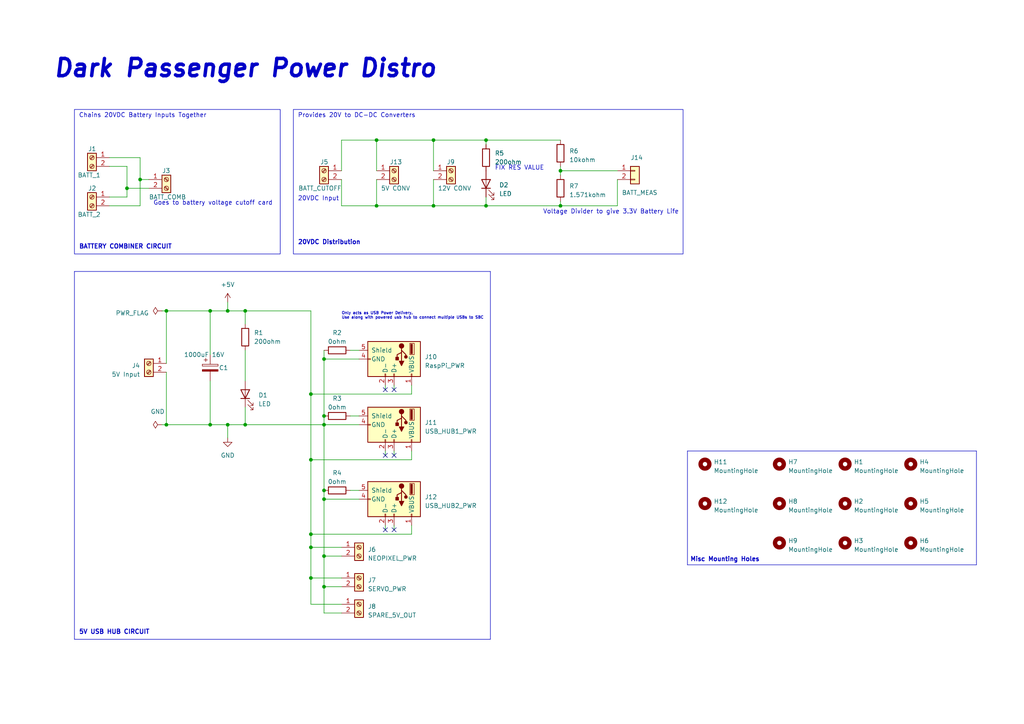
<source format=kicad_sch>
(kicad_sch (version 20250114) (generator "eeschema") (generator_version "9.0")
  (paper "A4")
  (title_block (title "Dark Passenger Power Distro Schematic") (date "2025-03-08") (rev "V1") (comment 1 "Email: ranil.ganlath@gmail.com") (comment 2 "Author: Ranil Ganlath"))
  (lib_symbols
    (symbol "+5V_1" (power) (pin_numbers (hide yes)) (pin_names (offset 0) (hide yes))
      (property "Value" "+5V" (at 0 3.556 0))
      (symbol "+5V_1_0_1"
        (polyline (pts (xy -0.762 1.27) (xy 0 2.54)))
        (polyline (pts (xy 0 2.54) (xy 0.762 1.27)))
        (polyline (pts (xy 0 0) (xy 0 2.54)))
      )
      (symbol "+5V_1_1_1"
        (pin power_in line (at 0 0 90) (length 0) (name "~") (number "1"))
      )
    )
    (symbol "Connector:Screw_Terminal_01x02" (pin_names (offset 1.016) (hide yes))
      (property "Reference" "J" (at 0 2.54 0))
      (property "Value" "Screw_Terminal_01x02" (at 0 -5.08 0))
      (symbol "Screw_Terminal_01x02_1_1"
        (rectangle (start -1.27 1.27) (end 1.27 -3.81) (stroke (width 0.254)) (fill (type background)))
        (polyline (pts (xy -0.5334 0.3302) (xy 0.3302 -0.508)) (stroke (width 0.1524)))
        (polyline (pts (xy -0.5334 -2.2098) (xy 0.3302 -3.048)) (stroke (width 0.1524)))
        (polyline (pts (xy -0.3556 0.508) (xy 0.508 -0.3302)) (stroke (width 0.1524)))
        (polyline (pts (xy -0.3556 -2.032) (xy 0.508 -2.8702)) (stroke (width 0.1524)))
        (circle (center 0 0) (radius 0.635) (stroke (width 0.1524)))
        (circle (center 0 -2.54) (radius 0.635) (stroke (width 0.1524)))
        (pin passive line (at -5.08 0 0) (length 3.81) (name "Pin_1") (number "1"))
        (pin passive line (at -5.08 -2.54 0) (length 3.81) (name "Pin_2") (number "2"))
      )
    )
    (symbol "Connector:USB_A" (pin_names (offset 1.016))
      (property "Reference" "J" (at -5.08 11.43 0))
      (property "Value" "USB_A" (at -5.08 8.89 0))
      (symbol "USB_A_0_1"
        (rectangle (start -5.08 -7.62) (end 5.08 7.62) (stroke (width 0.254)) (fill (type background)))
        (circle (center -3.81 2.159) (radius 0.635) (stroke (width 0.254)) (fill (type outline)))
        (polyline (pts (xy -3.175 2.159) (xy -2.54 2.159) (xy -1.27 3.429) (xy -0.635 3.429)) (stroke (width 0.254)))
        (polyline (pts (xy -2.54 2.159) (xy -1.905 2.159) (xy -1.27 0.889) (xy 0 0.889)) (stroke (width 0.254)))
        (rectangle (start -1.524 4.826) (end -4.318 5.334) (fill (type outline)))
        (rectangle (start -1.27 4.572) (end -4.572 5.842))
        (circle (center -0.635 3.429) (radius 0.381) (stroke (width 0.254)) (fill (type outline)))
        (rectangle (start -0.127 -7.62) (end 0.127 -6.858))
        (rectangle (start 0.254 1.27) (end -0.508 0.508) (stroke (width 0.254)) (fill (type outline)))
        (polyline (pts (xy 0.635 2.794) (xy 0.635 1.524) (xy 1.905 2.159) (xy 0.635 2.794)) (stroke (width 0.254)) (fill (type outline)))
        (rectangle (start 5.08 4.953) (end 4.318 5.207))
        (rectangle (start 5.08 -0.127) (end 4.318 0.127))
        (rectangle (start 5.08 -2.667) (end 4.318 -2.413))
      )
      (symbol "USB_A_1_1"
        (polyline (pts (xy -1.905 2.159) (xy 0.635 2.159)) (stroke (width 0.254)))
        (pin passive line (at -2.54 -10.16 90) (length 2.54) (name "Shield") (number "5"))
        (pin power_in line (at 0 -10.16 90) (length 2.54) (name "GND") (number "4"))
        (pin power_in line (at 7.62 5.08 180) (length 2.54) (name "VBUS") (number "1"))
        (pin bidirectional line (at 7.62 0 180) (length 2.54) (name "D+") (number "3"))
        (pin bidirectional line (at 7.62 -2.54 180) (length 2.54) (name "D-") (number "2"))
      )
    )
    (symbol "Connector_Generic:Conn_01x02" (pin_names (offset 1.016) (hide yes))
      (property "Reference" "J" (at 0 2.54 0))
      (property "Value" "Conn_01x02" (at 0 -5.08 0))
      (symbol "Conn_01x02_1_1"
        (rectangle (start -1.27 1.27) (end 1.27 -3.81) (stroke (width 0.254)) (fill (type background)))
        (rectangle (start -1.27 0.127) (end 0 -0.127) (stroke (width 0.1524)))
        (rectangle (start -1.27 -2.413) (end 0 -2.667) (stroke (width 0.1524)))
        (pin passive line (at -5.08 0 0) (length 3.81) (name "Pin_1") (number "1"))
        (pin passive line (at -5.08 -2.54 0) (length 3.81) (name "Pin_2") (number "2"))
      )
    )
    (symbol "Device:C_Polarized" (pin_numbers (hide yes)) (pin_names (offset 0.254))
      (property "Reference" "C" (at 0.635 2.54 0))
      (property "Value" "C_Polarized" (at 0.635 -2.54 0))
      (symbol "C_Polarized_0_1"
        (rectangle (start -2.286 0.508) (end 2.286 1.016))
        (polyline (pts (xy -1.778 2.286) (xy -0.762 2.286)))
        (polyline (pts (xy -1.27 2.794) (xy -1.27 1.778)))
        (rectangle (start 2.286 -0.508) (end -2.286 -1.016) (fill (type outline)))
      )
      (symbol "C_Polarized_1_1"
        (pin passive line (at 0 3.81 270) (length 2.794) (name "~") (number "1"))
        (pin passive line (at 0 -3.81 90) (length 2.794) (name "~") (number "2"))
      )
    )
    (symbol "Device:R" (pin_numbers (hide yes)) (pin_names (offset 0))
      (property "Reference" "R" (at 2.032 0 90))
      (property "Value" "R" (at 0 0 90))
      (symbol "R_0_1"
        (rectangle (start -1.016 -2.54) (end 1.016 2.54) (stroke (width 0.254)))
      )
      (symbol "R_1_1"
        (pin passive line (at 0 3.81 270) (length 1.27) (name "~") (number "1"))
        (pin passive line (at 0 -3.81 90) (length 1.27) (name "~") (number "2"))
      )
    )
    (symbol "GND_1" (power) (pin_numbers (hide yes)) (pin_names (offset 0) (hide yes))
      (property "Value" "GND" (at 0 -3.81 0))
      (symbol "GND_1_0_1"
        (polyline (pts (xy 0 0) (xy 0 -1.27) (xy 1.27 -1.27) (xy 0 -2.54) (xy -1.27 -1.27) (xy 0 -1.27)))
      )
      (symbol "GND_1_1_1"
        (pin power_in line (at 0 0 270) (length 0) (name "~") (number "1"))
      )
    )
    (symbol "LED_1" (pin_numbers (hide yes)) (pin_names (offset 1.016) (hide yes))
      (property "Reference" "D" (at 0 2.54 0))
      (property "Value" "LED" (at 0 -2.54 0))
      (symbol "LED_1_0_1"
        (polyline (pts (xy -3.048 -0.762) (xy -4.572 -2.286) (xy -3.81 -2.286) (xy -4.572 -2.286) (xy -4.572 -1.524)))
        (polyline (pts (xy -1.778 -0.762) (xy -3.302 -2.286) (xy -2.54 -2.286) (xy -3.302 -2.286) (xy -3.302 -1.524)))
        (polyline (pts (xy -1.27 0) (xy 1.27 0)))
        (polyline (pts (xy -1.27 -1.27) (xy -1.27 1.27)) (stroke (width 0.254)))
        (polyline (pts (xy 1.27 -1.27) (xy 1.27 1.27) (xy -1.27 0) (xy 1.27 -1.27)) (stroke (width 0.254)))
      )
      (symbol "LED_1_1_1"
        (pin passive line (at -3.81 0 0) (length 2.54) (name "K") (number "1"))
        (pin passive line (at 3.81 0 180) (length 2.54) (name "A") (number "2"))
      )
    )
    (symbol "Mechanical:MountingHole" (pin_names (offset 1.016))
      (property "Reference" "H" (at 0 5.08 0))
      (property "Value" "MountingHole" (at 0 3.175 0))
      (symbol "MountingHole_0_1"
        (circle (center 0 0) (radius 1.27) (stroke (width 1.27)))
      )
    )
    (symbol "power:PWR_FLAG" (power) (pin_numbers (hide yes)) (pin_names (offset 0) (hide yes))
      (property "Value" "PWR_FLAG" (at 0 3.81 0))
      (symbol "PWR_FLAG_0_0"
        (pin power_out line (at 0 0 90) (length 0) (name "pwr") (number "1"))
      )
      (symbol "PWR_FLAG_0_1"
        (polyline (pts (xy 0 0) (xy 0 1.27) (xy -1.016 1.905) (xy 0 2.54) (xy 1.016 1.905) (xy 0 1.27)))
      )
    )
  )
  (rectangle (start 21.59 31.75) (end 81.28 73.66))
  (rectangle (start 85.09 31.75) (end 198.12 73.66))
  (text "20VDC Distribution" (at 86.36 71.12 0) (effects (font (size 1.27 1.27) (thickness 0.254) (bold yes)) (justify left bottom)))
  (text "5V USB HUB CIRCUIT" (at 22.86 184.15 0) (effects (font (size 1.27 1.27) (thickness 0.254) (bold yes)) (justify left bottom)))
  (text "Misc Mounting Holes" (at 200.152 163.068 0) (effects (font (size 1.27 1.27) (thickness 0.254) (bold yes)) (justify left bottom)))
  (text "FIX RES VALUE" (at 143.51 49.53 0) (effects (font (size 1.27 1.27)) (justify left bottom)))
  (text "Voltage Divider to give 3.3V Battery Life" (at 157.48 62.23 0) (effects (font (size 1.27 1.27)) (justify left bottom)))
  (text "20VDC Input" (at 86.36 58.42 0) (effects (font (size 1.27 1.27)) (justify left bottom)))
  (text "Dark Passenger Power Distro" (at 15.24 22.86 0) (effects (font (size 5 5) (thickness 1) (bold yes) (italic yes)) (justify left bottom)))
  (text "Chains 20VDC Battery Inputs Together" (at 22.86 34.29 0) (effects (font (size 1.27 1.27)) (justify left bottom)))
  (text "Only acts as USB Power Delivery.\nUse along with powered usb hub to connect multiple USBs to SBC" (at 99.06 92.71 0) (effects (font (size 0.8 0.8)) (justify left bottom)))
  (text "Goes to battery voltage cutoff card" (at 44.45 59.69 0) (effects (font (size 1.27 1.27)) (justify left bottom)))
  (text "BATTERY COMBINER CIRCUIT" (at 22.86 72.39 0) (effects (font (size 1.27 1.27) (thickness 0.254) (bold yes)) (justify left bottom)))
  (text "Provides 20V to DC-DC Converters" (at 86.36 34.29 0) (effects (font (size 1.27 1.27)) (justify left bottom)))
  (junction (at 90.17 154.94))
  (junction (at 90.17 114.3))
  (junction (at 66.04 90.17))
  (junction (at 60.96 90.17))
  (junction (at 109.22 59.69))
  (junction (at 93.98 170.18))
  (junction (at 109.22 40.64))
  (junction (at 60.96 123.19))
  (junction (at 36.83 54.61))
  (junction (at 71.12 90.17))
  (junction (at 93.98 144.78))
  (junction (at 93.98 142.24))
  (junction (at 90.17 158.75))
  (junction (at 93.98 161.29))
  (junction (at 93.98 123.19))
  (junction (at 48.26 90.17))
  (junction (at 71.12 123.19))
  (junction (at 66.04 123.19))
  (junction (at 125.73 59.69))
  (junction (at 90.17 133.35))
  (junction (at 93.98 104.14))
  (junction (at 162.56 49.53))
  (junction (at 90.17 167.64))
  (junction (at 140.97 40.64))
  (junction (at 125.73 40.64))
  (junction (at 162.56 59.69))
  (junction (at 40.64 52.07))
  (junction (at 93.98 120.65))
  (junction (at 48.26 123.19))
  (junction (at 140.97 59.69))
  (no_connect (at 114.3 153.67))
  (no_connect (at 111.76 113.03))
  (no_connect (at 114.3 113.03))
  (no_connect (at 114.3 132.08))
  (no_connect (at 111.76 132.08))
  (no_connect (at 111.76 153.67))
  (wire (pts (xy 119.38 111.76) (xy 119.38 114.3)))
  (wire (pts (xy 48.26 90.17) (xy 48.26 105.41)))
  (wire (pts (xy 93.98 144.78) (xy 104.14 144.78)))
  (wire (pts (xy 36.83 48.26) (xy 36.83 54.61)))
  (wire (pts (xy 90.17 90.17) (xy 90.17 114.3)))
  (wire (pts (xy 48.26 123.19) (xy 60.96 123.19)))
  (wire (pts (xy 114.3 111.76) (xy 114.3 113.03)))
  (wire (pts (xy 140.97 40.64) (xy 162.56 40.64)))
  (wire (pts (xy 46.99 123.19) (xy 48.26 123.19)))
  (wire (pts (xy 99.06 40.64) (xy 99.06 49.53)))
  (wire (pts (xy 90.17 158.75) (xy 99.06 158.75)))
  (wire (pts (xy 71.12 101.6) (xy 71.12 110.49)))
  (polyline (pts (xy 283.21 130.81) (xy 283.21 163.83)))
  (wire (pts (xy 125.73 52.07) (xy 125.73 59.69)))
  (wire (pts (xy 99.06 170.18) (xy 93.98 170.18)))
  (wire (pts (xy 71.12 123.19) (xy 93.98 123.19)))
  (wire (pts (xy 162.56 48.26) (xy 162.56 49.53)))
  (wire (pts (xy 119.38 152.4) (xy 119.38 154.94)))
  (wire (pts (xy 111.76 130.81) (xy 111.76 132.08)))
  (wire (pts (xy 109.22 40.64) (xy 125.73 40.64)))
  (polyline (pts (xy 199.39 130.81) (xy 199.39 163.83)))
  (wire (pts (xy 179.07 59.69) (xy 162.56 59.69)))
  (wire (pts (xy 125.73 49.53) (xy 125.73 40.64)))
  (wire (pts (xy 93.98 123.19) (xy 93.98 142.24)))
  (wire (pts (xy 40.64 45.72) (xy 40.64 52.07)))
  (wire (pts (xy 90.17 154.94) (xy 90.17 158.75)))
  (wire (pts (xy 40.64 59.69) (xy 40.64 52.07)))
  (wire (pts (xy 71.12 118.11) (xy 71.12 123.19)))
  (wire (pts (xy 93.98 142.24) (xy 93.98 144.78)))
  (wire (pts (xy 66.04 87.63) (xy 66.04 90.17)))
  (wire (pts (xy 90.17 133.35) (xy 90.17 154.94)))
  (wire (pts (xy 99.06 175.26) (xy 90.17 175.26)))
  (wire (pts (xy 162.56 59.69) (xy 140.97 59.69)))
  (wire (pts (xy 99.06 40.64) (xy 109.22 40.64)))
  (wire (pts (xy 31.75 48.26) (xy 36.83 48.26)))
  (wire (pts (xy 101.6 101.6) (xy 104.14 101.6)))
  (wire (pts (xy 93.98 177.8) (xy 93.98 170.18)))
  (wire (pts (xy 125.73 59.69) (xy 140.97 59.69)))
  (wire (pts (xy 114.3 130.81) (xy 114.3 132.08)))
  (wire (pts (xy 48.26 90.17) (xy 60.96 90.17)))
  (wire (pts (xy 114.3 152.4) (xy 114.3 153.67)))
  (wire (pts (xy 101.6 142.24) (xy 104.14 142.24)))
  (wire (pts (xy 93.98 104.14) (xy 93.98 120.65)))
  (wire (pts (xy 31.75 59.69) (xy 40.64 59.69)))
  (wire (pts (xy 36.83 54.61) (xy 43.18 54.61)))
  (wire (pts (xy 60.96 90.17) (xy 66.04 90.17)))
  (wire (pts (xy 101.6 120.65) (xy 104.14 120.65)))
  (wire (pts (xy 71.12 90.17) (xy 90.17 90.17)))
  (polyline (pts (xy 21.59 78.74) (xy 21.59 185.42)))
  (wire (pts (xy 162.56 49.53) (xy 179.07 49.53)))
  (polyline (pts (xy 21.59 78.74) (xy 142.24 78.74)))
  (wire (pts (xy 162.56 49.53) (xy 162.56 50.8)))
  (wire (pts (xy 125.73 40.64) (xy 140.97 40.64)))
  (wire (pts (xy 60.96 123.19) (xy 66.04 123.19)))
  (wire (pts (xy 111.76 152.4) (xy 111.76 153.67)))
  (wire (pts (xy 93.98 101.6) (xy 93.98 104.14)))
  (wire (pts (xy 60.96 110.49) (xy 60.96 123.19)))
  (wire (pts (xy 93.98 177.8) (xy 99.06 177.8)))
  (wire (pts (xy 40.64 52.07) (xy 43.18 52.07)))
  (wire (pts (xy 90.17 114.3) (xy 90.17 133.35)))
  (wire (pts (xy 90.17 114.3) (xy 119.38 114.3)))
  (wire (pts (xy 46.99 90.17) (xy 48.26 90.17)))
  (polyline (pts (xy 142.24 78.74) (xy 142.24 185.42)))
  (wire (pts (xy 60.96 90.17) (xy 60.96 102.87)))
  (polyline (pts (xy 283.21 163.83) (xy 199.39 163.83)))
  (wire (pts (xy 66.04 123.19) (xy 66.04 127)))
  (wire (pts (xy 66.04 90.17) (xy 71.12 90.17)))
  (wire (pts (xy 162.56 58.42) (xy 162.56 59.69)))
  (wire (pts (xy 93.98 144.78) (xy 93.98 161.29)))
  (wire (pts (xy 36.83 57.15) (xy 31.75 57.15)))
  (wire (pts (xy 90.17 133.35) (xy 119.38 133.35)))
  (wire (pts (xy 140.97 57.15) (xy 140.97 59.69)))
  (wire (pts (xy 109.22 59.69) (xy 125.73 59.69)))
  (wire (pts (xy 109.22 40.64) (xy 109.22 49.53)))
  (wire (pts (xy 99.06 59.69) (xy 99.06 52.07)))
  (wire (pts (xy 66.04 123.19) (xy 71.12 123.19)))
  (wire (pts (xy 93.98 120.65) (xy 93.98 123.19)))
  (wire (pts (xy 119.38 154.94) (xy 90.17 154.94)))
  (wire (pts (xy 71.12 90.17) (xy 71.12 93.98)))
  (wire (pts (xy 179.07 52.07) (xy 179.07 59.69)))
  (wire (pts (xy 99.06 167.64) (xy 90.17 167.64)))
  (wire (pts (xy 90.17 175.26) (xy 90.17 167.64)))
  (wire (pts (xy 111.76 111.76) (xy 111.76 113.03)))
  (wire (pts (xy 90.17 158.75) (xy 90.17 167.64)))
  (polyline (pts (xy 199.39 130.81) (xy 283.21 130.81)))
  (polyline (pts (xy 142.24 185.42) (xy 21.59 185.42)))
  (wire (pts (xy 93.98 123.19) (xy 104.14 123.19)))
  (wire (pts (xy 93.98 161.29) (xy 99.06 161.29)))
  (wire (pts (xy 109.22 59.69) (xy 99.06 59.69)))
  (wire (pts (xy 31.75 45.72) (xy 40.64 45.72)))
  (wire (pts (xy 140.97 41.91) (xy 140.97 40.64)))
  (wire (pts (xy 93.98 161.29) (xy 93.98 170.18)))
  (wire (pts (xy 48.26 107.95) (xy 48.26 123.19)))
  (wire (pts (xy 93.98 104.14) (xy 104.14 104.14)))
  (wire (pts (xy 119.38 130.81) (xy 119.38 133.35)))
  (wire (pts (xy 109.22 52.07) (xy 109.22 59.69)))
  (wire (pts (xy 36.83 54.61) (xy 36.83 57.15)))
  (symbol (lib_id "Device:R") (at 162.56 54.61 0) (unit 1)
    (property "Reference" "R7" (at 165.1 53.975 0) (effects (justify left)))
    (property "Value" "1.571kohm" (at 165.1 56.515 0) (effects (justify left)))
    (property "Footprint" "Resistor_SMD:R_1206_3216Metric_Pad1.30x1.75mm_HandSolder" (effects (hide yes)))
  )
  (symbol (lib_id "Connector:Screw_Terminal_01x02") (at 130.81 49.53 0) (unit 1)
    (property "Reference" "J9" (at 129.54 46.99 0) (effects (justify left)))
    (property "Value" "12V CONV" (at 127 54.61 0) (effects (justify left)))
    (property "Footprint" "TerminalBlock_Phoenix:TerminalBlock_Phoenix_MKDS-1,5-2_1x02_P5.00mm_Horizontal" (effects (hide yes)))
  )
  (symbol (lib_id "Connector:Screw_Terminal_01x02") (at 48.26 52.07 0) (unit 1)
    (property "Reference" "J3" (at 46.99 49.53 0) (effects (justify left)))
    (property "Value" "BATT_COMB" (at 43.18 57.15 0) (effects (justify left)))
    (property "Footprint" "TerminalBlock_Phoenix:TerminalBlock_Phoenix_MKDS-1,5-2_1x02_P5.00mm_Horizontal" (effects (hide yes)))
  )
  (symbol (lib_id "Connector:USB_A") (at 114.3 104.14 270) (unit 1)
    (property "Reference" "J10" (at 123.19 103.505 90) (effects (justify left)))
    (property "Value" "RaspPi_PWR" (at 123.19 106.045 90) (effects (justify left)))
    (property "Footprint" "Connector_USB:USB_A_Molex_67643_Horizontal" (effects (hide yes)))
    (property "Datasheet" " ~" (effects (hide yes)))
  )
  (symbol (lib_name "GND_1") (lib_id "power:GND") (at 66.04 127 0) (unit 1)
    (property "Reference" "#PWR02" (effects (hide yes)))
    (property "Value" "GND" (at 66.04 132.08 0))
    (property "Description" "Power symbol creates a global label with name \"GND\" , ground" (effects (hide yes)))
  )
  (symbol (lib_id "Mechanical:MountingHole") (at 245.11 146.05 0) (unit 1)
    (property "Reference" "H2" (at 247.65 145.415 0) (effects (justify left)))
    (property "Value" "MountingHole" (at 247.65 147.955 0) (effects (justify left)))
    (property "Footprint" "MountingHole:MountingHole_3mm" (effects (hide yes)))
  )
  (symbol (lib_id "Mechanical:MountingHole") (at 245.11 134.62 0) (unit 1)
    (property "Reference" "H1" (at 247.65 133.985 0) (effects (justify left)))
    (property "Value" "MountingHole" (at 247.65 136.525 0) (effects (justify left)))
    (property "Footprint" "MountingHole:MountingHole_3mm" (effects (hide yes)))
  )
  (symbol (lib_id "Connector:Screw_Terminal_01x02") (at 114.3 49.53 0) (unit 1)
    (property "Reference" "J13" (at 113.03 46.99 0) (effects (justify left)))
    (property "Value" "5V CONV" (at 110.49 54.61 0) (effects (justify left)))
    (property "Footprint" "TerminalBlock_Phoenix:TerminalBlock_Phoenix_MKDS-1,5-2_1x02_P5.00mm_Horizontal" (effects (hide yes)))
  )
  (symbol (lib_name "LED_1") (lib_id "Device:LED") (at 71.12 114.3 90) (unit 1)
    (property "Reference" "D1" (at 74.93 114.6174 90) (effects (justify right)))
    (property "Value" "LED" (at 74.93 117.1574 90) (effects (justify right)))
    (property "Footprint" "LED_SMD:LED_1206_3216Metric_Pad1.42x1.75mm_HandSolder" (effects (hide yes)))
    (property "Description" "Light emitting diode" (effects (hide yes)))
    (property "Sim.Pins" "1=K 2=A" (effects (hide yes)))
  )
  (symbol (lib_id "Device:R") (at 71.12 97.79 0) (unit 1)
    (property "Reference" "R1" (at 73.66 96.52 0) (effects (justify left)))
    (property "Value" "200ohm" (at 73.66 99.06 0) (effects (justify left)))
    (property "Footprint" "Resistor_SMD:R_1206_3216Metric_Pad1.30x1.75mm_HandSolder" (effects (hide yes)))
  )
  (symbol (lib_id "Device:C_Polarized") (at 60.96 106.68 0) (unit 1)
    (property "Reference" "C1" (at 63.5 106.68 0) (effects (justify left)))
    (property "Value" "1000uF 16V" (at 53.34 102.87 0) (effects (justify left)))
    (property "Footprint" "Capacitor_THT:C_Radial_D10.0mm_H16.0mm_P5.00mm" (effects (hide yes)))
  )
  (symbol (lib_id "Mechanical:MountingHole") (at 226.06 146.05 0) (unit 1)
    (property "Reference" "H8" (at 228.6 145.415 0) (effects (justify left)))
    (property "Value" "MountingHole" (at 228.6 147.955 0) (effects (justify left)))
    (property "Footprint" "MountingHole:MountingHole_3mm" (effects (hide yes)))
  )
  (symbol (lib_id "Mechanical:MountingHole") (at 204.47 146.05 0) (unit 1)
    (property "Reference" "H12" (at 207.01 145.415 0) (effects (justify left)))
    (property "Value" "MountingHole" (at 207.01 147.955 0) (effects (justify left)))
    (property "Footprint" "MountingHole:MountingHole_3mm" (effects (hide yes)))
  )
  (symbol (lib_id "Connector:Screw_Terminal_01x02") (at 104.14 175.26 0) (unit 1)
    (property "Reference" "J8" (at 106.68 175.895 0) (effects (justify left)))
    (property "Value" "SPARE_5V_OUT" (at 106.68 178.435 0) (effects (justify left)))
    (property "Footprint" "TerminalBlock_Phoenix:TerminalBlock_Phoenix_MKDS-1,5-2_1x02_P5.00mm_Horizontal" (effects (hide yes)))
  )
  (symbol (lib_id "Device:R") (at 97.79 120.65 90) (unit 1)
    (property "Reference" "R3" (at 97.79 115.57 90))
    (property "Value" "0ohm" (at 97.79 118.11 90))
    (property "Footprint" "Resistor_SMD:R_1206_3216Metric_Pad1.30x1.75mm_HandSolder" (effects (hide yes)))
  )
  (symbol (lib_id "Connector:Screw_Terminal_01x02") (at 26.67 45.72 0) (mirror y) (unit 1)
    (property "Reference" "J1" (at 27.94 43.18 0) (effects (justify left)))
    (property "Value" "BATT_1" (at 29.21 50.8 0) (effects (justify left)))
    (property "Footprint" "TerminalBlock_Phoenix:TerminalBlock_Phoenix_MKDS-1,5-2_1x02_P5.00mm_Horizontal" (effects (hide yes)))
  )
  (symbol (lib_id "power:PWR_FLAG") (at 46.99 90.17 90) (unit 1)
    (property "Reference" "#FLG01" (effects (hide yes)))
    (property "Value" "PWR_FLAG" (at 43.18 90.805 90) (effects (justify left)))
  )
  (symbol (lib_id "Connector:Screw_Terminal_01x02") (at 26.67 57.15 0) (mirror y) (unit 1)
    (property "Reference" "J2" (at 27.94 54.61 0) (effects (justify left)))
    (property "Value" "BATT_2" (at 29.21 62.23 0) (effects (justify left)))
    (property "Footprint" "TerminalBlock_Phoenix:TerminalBlock_Phoenix_MKDS-1,5-2_1x02_P5.00mm_Horizontal" (effects (hide yes)))
  )
  (symbol (lib_id "Connector:USB_A") (at 114.3 144.78 270) (unit 1)
    (property "Reference" "J12" (at 123.19 144.145 90) (effects (justify left)))
    (property "Value" "USB_HUB2_PWR" (at 123.19 146.685 90) (effects (justify left)))
    (property "Footprint" "Connector_USB:USB_A_Molex_67643_Horizontal" (effects (hide yes)))
    (property "Datasheet" " ~" (effects (hide yes)))
  )
  (symbol (lib_id "Connector:USB_A") (at 114.3 123.19 270) (unit 1)
    (property "Reference" "J11" (at 123.19 122.555 90) (effects (justify left)))
    (property "Value" "USB_HUB1_PWR" (at 123.19 125.095 90) (effects (justify left)))
    (property "Footprint" "Connector_USB:USB_A_Molex_67643_Horizontal" (effects (hide yes)))
    (property "Datasheet" " ~" (effects (hide yes)))
  )
  (symbol (lib_id "Connector_Generic:Conn_01x02") (at 184.15 49.53 0) (unit 1)
    (property "Reference" "J14" (at 182.88 45.72 0) (effects (justify left)))
    (property "Value" "BATT_MEAS" (at 180.34 55.88 0) (effects (justify left)))
    (property "Footprint" "Connector_PinHeader_2.54mm:PinHeader_1x02_P2.54mm_Vertical" (effects (hide yes)))
  )
  (symbol (lib_id "Mechanical:MountingHole") (at 226.06 134.62 0) (unit 1)
    (property "Reference" "H7" (at 228.6 133.985 0) (effects (justify left)))
    (property "Value" "MountingHole" (at 228.6 136.525 0) (effects (justify left)))
    (property "Footprint" "MountingHole:MountingHole_3mm" (effects (hide yes)))
  )
  (symbol (lib_id "Mechanical:MountingHole") (at 226.06 157.48 0) (unit 1)
    (property "Reference" "H9" (at 228.6 156.845 0) (effects (justify left)))
    (property "Value" "MountingHole" (at 228.6 159.385 0) (effects (justify left)))
    (property "Footprint" "MountingHole:MountingHole_3mm" (effects (hide yes)))
  )
  (symbol (lib_id "Mechanical:MountingHole") (at 204.47 134.62 0) (unit 1)
    (property "Reference" "H11" (at 207.01 133.985 0) (effects (justify left)))
    (property "Value" "MountingHole" (at 207.01 136.525 0) (effects (justify left)))
    (property "Footprint" "MountingHole:MountingHole_3mm" (effects (hide yes)))
  )
  (symbol (lib_id "Connector:Screw_Terminal_01x02") (at 43.18 105.41 0) (mirror y) (unit 1)
    (property "Reference" "J4" (at 40.64 106.045 0) (effects (justify left)))
    (property "Value" "5V Input" (at 40.64 108.585 0) (effects (justify left)))
    (property "Footprint" "TerminalBlock_Phoenix:TerminalBlock_Phoenix_MKDS-1,5-2_1x02_P5.00mm_Horizontal" (effects (hide yes)))
  )
  (symbol (lib_id "Connector:Screw_Terminal_01x02") (at 93.98 49.53 0) (mirror y) (unit 1)
    (property "Reference" "J5" (at 95.25 46.99 0) (effects (justify left)))
    (property "Value" "BATT_CUTOFF" (at 99.06 54.61 0) (effects (justify left)))
    (property "Footprint" "TerminalBlock_Phoenix:TerminalBlock_Phoenix_MKDS-1,5-2_1x02_P5.00mm_Horizontal" (effects (hide yes)))
  )
  (symbol (lib_id "Device:R") (at 140.97 45.72 0) (unit 1)
    (property "Reference" "R5" (at 143.51 44.45 0) (effects (justify left)))
    (property "Value" "200ohm" (at 143.51 46.99 0) (effects (justify left)))
    (property "Footprint" "Resistor_SMD:R_1206_3216Metric_Pad1.30x1.75mm_HandSolder" (effects (hide yes)))
  )
  (symbol (lib_id "Mechanical:MountingHole") (at 264.16 157.48 0) (unit 1)
    (property "Reference" "H6" (at 266.7 156.845 0) (effects (justify left)))
    (property "Value" "MountingHole" (at 266.7 159.385 0) (effects (justify left)))
    (property "Footprint" "MountingHole:MountingHole_3mm" (effects (hide yes)))
  )
  (symbol (lib_id "Connector:Screw_Terminal_01x02") (at 104.14 167.64 0) (unit 1)
    (property "Reference" "J7" (at 106.68 168.275 0) (effects (justify left)))
    (property "Value" "SERVO_PWR" (at 106.68 170.815 0) (effects (justify left)))
    (property "Footprint" "TerminalBlock_Phoenix:TerminalBlock_Phoenix_MKDS-1,5-2_1x02_P5.00mm_Horizontal" (effects (hide yes)))
  )
  (symbol (lib_name "LED_1") (lib_id "Device:LED") (at 140.97 53.34 90) (unit 1)
    (property "Reference" "D2" (at 144.78 53.6574 90) (effects (justify right)))
    (property "Value" "LED" (at 144.78 56.1974 90) (effects (justify right)))
    (property "Footprint" "LED_SMD:LED_1206_3216Metric_Pad1.42x1.75mm_HandSolder" (effects (hide yes)))
    (property "Description" "Light emitting diode" (effects (hide yes)))
    (property "Sim.Pins" "1=K 2=A" (effects (hide yes)))
  )
  (symbol (lib_id "Device:R") (at 97.79 142.24 90) (unit 1)
    (property "Reference" "R4" (at 97.79 137.16 90))
    (property "Value" "0ohm" (at 97.79 139.7 90))
    (property "Footprint" "Resistor_SMD:R_1206_3216Metric_Pad1.30x1.75mm_HandSolder" (effects (hide yes)))
  )
  (symbol (lib_name "+5V_1") (lib_id "power:+5V") (at 66.04 87.63 0) (unit 1)
    (property "Reference" "#PWR01" (effects (hide yes)))
    (property "Value" "+5V" (at 66.04 82.55 0))
    (property "Description" "Power symbol creates a global label with name \"+5V\"" (effects (hide yes)))
  )
  (symbol (lib_id "Device:R") (at 162.56 44.45 0) (unit 1)
    (property "Reference" "R6" (at 165.1 43.815 0) (effects (justify left)))
    (property "Value" "10kohm" (at 165.1 46.355 0) (effects (justify left)))
    (property "Footprint" "Resistor_SMD:R_1206_3216Metric_Pad1.30x1.75mm_HandSolder" (effects (hide yes)))
  )
  (symbol (lib_id "Connector:Screw_Terminal_01x02") (at 104.14 158.75 0) (unit 1)
    (property "Reference" "J6" (at 106.68 159.385 0) (effects (justify left)))
    (property "Value" "NEOPIXEL_PWR" (at 106.68 161.925 0) (effects (justify left)))
    (property "Footprint" "TerminalBlock_Phoenix:TerminalBlock_Phoenix_MKDS-1,5-2_1x02_P5.00mm_Horizontal" (effects (hide yes)))
  )
  (symbol (lib_id "Mechanical:MountingHole") (at 245.11 157.48 0) (unit 1)
    (property "Reference" "H3" (at 247.65 156.845 0) (effects (justify left)))
    (property "Value" "MountingHole" (at 247.65 159.385 0) (effects (justify left)))
    (property "Footprint" "MountingHole:MountingHole_3mm" (effects (hide yes)))
  )
  (symbol (lib_id "Mechanical:MountingHole") (at 264.16 146.05 0) (unit 1)
    (property "Reference" "H5" (at 266.7 145.415 0) (effects (justify left)))
    (property "Value" "MountingHole" (at 266.7 147.955 0) (effects (justify left)))
    (property "Footprint" "MountingHole:MountingHole_3mm" (effects (hide yes)))
  )
  (symbol (lib_id "Device:R") (at 97.79 101.6 90) (unit 1)
    (property "Reference" "R2" (at 97.79 96.52 90))
    (property "Value" "0ohm" (at 97.79 99.06 90))
    (property "Footprint" "Resistor_SMD:R_1206_3216Metric_Pad1.30x1.75mm_HandSolder" (effects (hide yes)))
  )
  (symbol (lib_id "power:PWR_FLAG") (at 46.99 123.19 90) (unit 1)
    (property "Reference" "#FLG02" (effects (hide yes)))
    (property "Value" "GND" (at 45.72 119.38 90))
  )
  (symbol (lib_id "Mechanical:MountingHole") (at 264.16 134.62 0) (unit 1)
    (property "Reference" "H4" (at 266.7 133.985 0) (effects (justify left)))
    (property "Value" "MountingHole" (at 266.7 136.525 0) (effects (justify left)))
    (property "Footprint" "MountingHole:MountingHole_3mm" (effects (hide yes)))
  )
)
</source>
